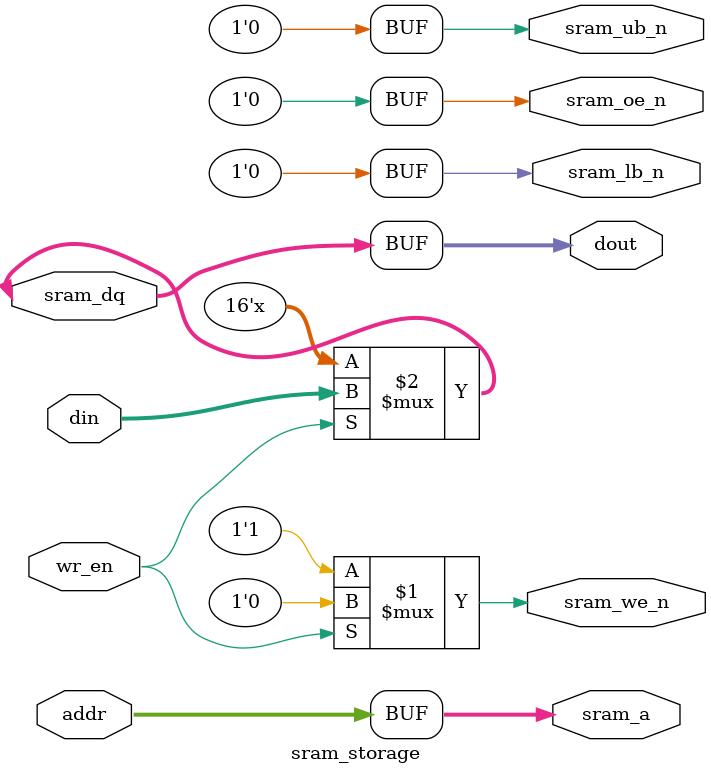
<source format=v>
module sram_storage (
  input wire wr_en,
  
  input wire [16:0] addr,     // 128K words
  input wire [15:0] din,      // 8-bit input data (for ROM loading)
  output wire [15:0] dout,     // 8-bit output data 

  // -- sram bus parameters
  output wire [16:0] sram_a,
  inout wire [15:0] sram_dq,
  output wire sram_oe_n,
  output wire sram_we_n,
  output wire sram_ub_n,
  output wire sram_lb_n
);

assign sram_oe_n     = 1'b0;                  // Output always enabled
assign sram_we_n     = wr_en ? 1'b0 : 1'b1;          // write enable only applies when reset not held.
assign sram_ub_n     = 1'b0;                  // Always access high and low bytes.
assign sram_lb_n     = 1'b0;                  // 

assign sram_a        = addr;
assign sram_dq		   = wr_en ? din : {16{1'bZ}}; // Write when write-enabled; high-z when notreading

assign dout          = sram_dq;

endmodule

</source>
